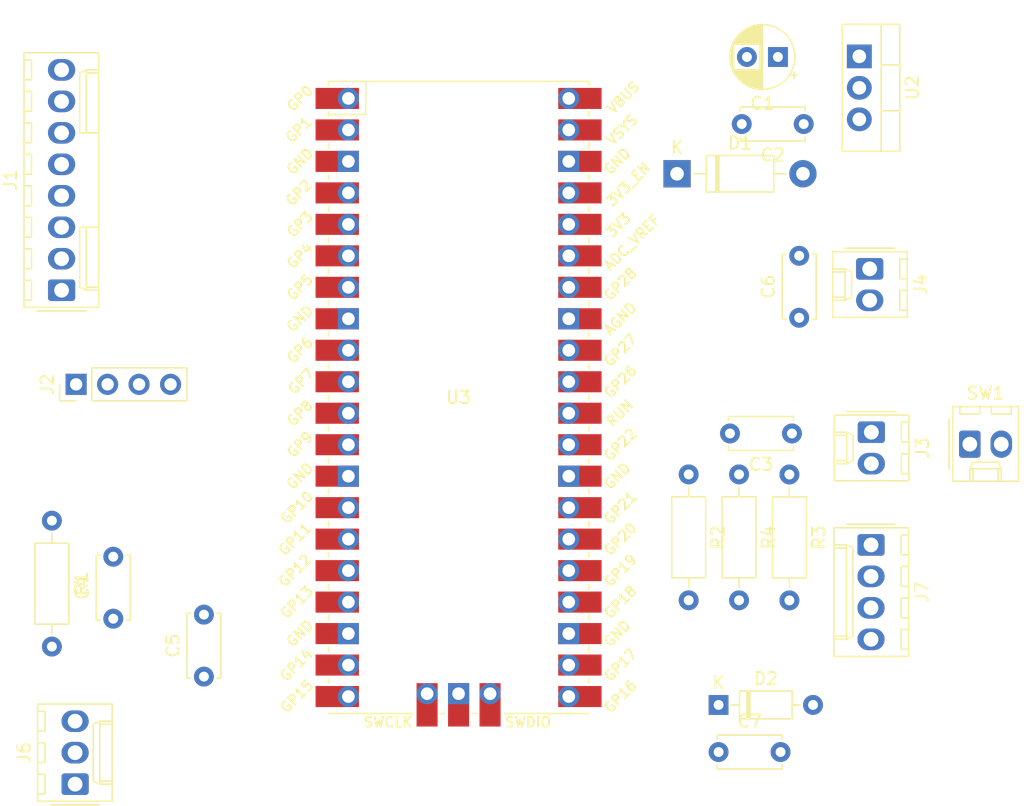
<source format=kicad_pcb>
(kicad_pcb (version 20211014) (generator pcbnew)
  (layers (0 "F.Cu" signal) (31 "B.Cu" signal) (34 "B.Paste" user) (35 "F.Paste" user) (36 "B.SilkS" user "B.Silkscreen") (37 "F.SilkS" user "F.Silkscreen") (38 "B.Mask" user) (39 "F.Mask" user) (44 "Edge.Cuts" user))
  (net 0 "")
  (net 1 "DR10_GND")
  (net 2 "DR15_VCC")
  (net 3 "DR11_EXT1")
  (net 4 "DR7_AF_IN")
  (net 5 "DR3_CTCSS_DCS")
  (net 6 "DR2_PTT")
  (net 7 "DR1_RepeaterMode")
  (net 8 "Net-(D1-Pad1)")
  (net 12 "+5V")
  (net 13 "RUN")
  (net 14 "DR15_VCC_SW")
  (net 19 "PICO_AUDIO_OUT_RIGHT")
  (net 26 "Net-(C4-Pad1)")
  (net 29 "LED_ID_ON")
  (net 30 "Net-(J7-Pad1)")
  (net 32 "LED_CTCSS_ON")
  (net 37 "PICO_AUDIO_OUT_LEFT")
  (net 38 "Net-(C5-Pad1)")
  (net 39 "Net-(J7-Pad2)")
  (net 40 "DR1_REPEATER_MODE")
  (net 45 "DR13_EXT3")
  (net 47 "Net-(J7-Pad3)")
  (footprint "Connector_PinHeader_2.54mm:PinHeader_1x04_P2.54mm_Vertical" (layer "F.Cu") (at 97.3836 88.138 90)
    (fp_text reference "J2" (at 0 -2.33 90) (layer "F.SilkS"))
    (fp_text value "Audio Out (Speaker)")
    (pad "1" thru_hole rect (at 0 0 90) (size 1.7 1.7) (drill 1) (layers *.Cu *.Mask) (net 19 "PICO_AUDIO_OUT_RIGHT"))
    (pad "2" thru_hole oval (at 0 2.54 90) (size 1.7 1.7) (drill 1) (layers *.Cu *.Mask))
    (pad "3" thru_hole oval (at 0 5.08 90) (size 1.7 1.7) (drill 1) (layers *.Cu *.Mask))
    (pad "4" thru_hole oval (at 0 7.62 90) (size 1.7 1.7) (drill 1) (layers *.Cu *.Mask) (net 1 "DR10_GND"))
  )
  (footprint "Package_TO_SOT_THT:TO-220-3_Vertical" (layer "F.Cu") (at 160.5788 61.6712 -90)
    (fp_text reference "U2" (at 2.54 -4.27 90) (layer "F.SilkS"))
    (fp_text value "LM7805_TO220")
    (pad "1" thru_hole rect locked (at 0 0 270) (size 1.905 2) (drill 1.1) (layers *.Cu *.Mask) (net 14 "DR15_VCC_SW"))
    (pad "2" thru_hole oval locked (at 2.54 0 270) (size 1.905 2) (drill 1.1) (layers *.Cu *.Mask) (net 1 "DR10_GND"))
    (pad "3" thru_hole oval locked (at 5.08 0 270) (size 1.905 2) (drill 1.1) (layers *.Cu *.Mask) (net 12 "+5V"))
  )
  (footprint "MCU_RaspberryPi_and_Boards:RPi_Pico_SMD_TH" (layer "F.Cu") (at 128.2446 89.19718)
    (fp_text reference "U3" (at 0 0) (layer "F.SilkS"))
    (fp_text value "Pico")
    (fp_text user "VBUS" (at 13.3 -24.2 45) (layer "F.SilkS") (effects (font (size 0.8 0.8))))
    (fp_text user "GP16" (at 13.054 24.13 45) (layer "F.SilkS") (effects (font (size 0.8 0.8))))
    (fp_text user "GP12" (at -13.2 13.97 45) (layer "F.SilkS") (effects (font (size 0.8 0.8))))
    (fp_text user "GP14" (at -13.1 21.59 45) (layer "F.SilkS") (effects (font (size 0.8 0.8))))
    (fp_text user "GP18" (at 13.054 16.51 45) (layer "F.SilkS") (effects (font (size 0.8 0.8))))
    (fp_text user "AGND" (at 13.054 -6.35 45) (layer "F.SilkS") (effects (font (size 0.8 0.8))))
    (fp_text user "GP22" (at 13.054 3.81 45) (layer "F.SilkS") (effects (font (size 0.8 0.8))))
    (fp_text user "ADC_VREF" (at 14 -12.5 45) (layer "F.SilkS") (effects (font (size 0.8 0.8))))
    (fp_text user "GP26" (at 13.054 -1.27 45) (layer "F.SilkS") (effects (font (size 0.8 0.8))))
    (fp_text user "GP11" (at -13.2 11.43 45) (layer "F.SilkS") (effects (font (size 0.8 0.8))))
    (fp_text user "GP9" (at -12.8 3.81 45) (layer "F.SilkS") (effects (font (size 0.8 0.8))))
    (fp_text user "VSYS" (at 13.2 -21.59 45) (layer "F.SilkS") (effects (font (size 0.8 0.8))))
    (fp_text user "SWCLK" (at -5.7 26.2) (layer "F.SilkS") (effects (font (size 0.8 0.8))))
    (fp_text user "GP4" (at -12.8 -11.43 45) (layer "F.SilkS") (effects (font (size 0.8 0.8))))
    (fp_text user "GP20" (at 13.054 11.43 45) (layer "F.SilkS") (effects (font (size 0.8 0.8))))
    (fp_text user "GP0" (at -12.8 -24.13 45) (layer "F.SilkS") (effects (font (size 0.8 0.8))))
    (fp_text user "GND" (at 12.8 19.05 45) (layer "F.SilkS") (effects (font (size 0.8 0.8))))
    (fp_text user "GP3" (at -12.8 -13.97 45) (layer "F.SilkS") (effects (font (size 0.8 0.8))))
    (fp_text user "GP1" (at -12.9 -21.6 45) (layer "F.SilkS") (effects (font (size 0.8 0.8))))
    (fp_text user "GND" (at -12.8 -19.05 45) (layer "F.SilkS") (effects (font (size 0.8 0.8))))
    (fp_text user "GND" (at -12.8 -6.35 45) (layer "F.SilkS") (effects (font (size 0.8 0.8))))
    (fp_text user "GP19" (at 13.054 13.97 45) (layer "F.SilkS") (effects (font (size 0.8 0.8))))
    (fp_text user "GP28" (at 13.054 -9.144 45) (layer "F.SilkS") (effects (font (size 0.8 0.8))))
    (fp_text user "GP13" (at -13.054 16.51 45) (layer "F.SilkS") (effects (font (size 0.8 0.8))))
    (fp_text user "GP8" (at -12.8 1.27 45) (layer "F.SilkS") (effects (font (size 0.8 0.8))))
    (fp_text user "GP7" (at -12.7 -1.3 45) (layer "F.SilkS") (effects (font (size 0.8 0.8))))
    (fp_text user "GP10" (at -13.054 8.89 45) (layer "F.SilkS") (effects (font (size 0.8 0.8))))
    (fp_text user "SWDIO" (at 5.6 26.2) (layer "F.SilkS") (effects (font (size 0.8 0.8))))
    (fp_text user "GP2" (at -12.9 -16.51 45) (layer "F.SilkS") (effects (font (size 0.8 0.8))))
    (fp_text user "GND" (at 12.8 -19.05 45) (layer "F.SilkS") (effects (font (size 0.8 0.8))))
    (fp_text user "3V3" (at 12.9 -13.9 45) (layer "F.SilkS") (effects (font (size 0.8 0.8))))
    (fp_text user "GP6" (at -12.8 -3.81 45) (layer "F.SilkS") (effects (font (size 0.8 0.8))))
    (fp_text user "GP17" (at 13.054 21.59 45) (layer "F.SilkS") (effects (font (size 0.8 0.8))))
    (fp_text user "GP15" (at -13.054 24.13 45) (layer "F.SilkS") (effects (font (size 0.8 0.8))))
    (fp_text user "GND" (at -12.8 6.35 45) (layer "F.SilkS") (effects (font (size 0.8 0.8))))
    (fp_text user "GP27" (at 13.054 -3.8 45) (layer "F.SilkS") (effects (font (size 0.8 0.8))))
    (fp_text user "GND" (at -12.8 19.05 45) (layer "F.SilkS") (effects (font (size 0.8 0.8))))
    (fp_text user "GP21" (at 13.054 8.9 45) (layer "F.SilkS") (effects (font (size 0.8 0.8))))
    (fp_text user "RUN" (at 13 1.27 45) (layer "F.SilkS") (effects (font (size 0.8 0.8))))
    (fp_text user "GP5" (at -12.8 -8.89 45) (layer "F.SilkS") (effects (font (size 0.8 0.8))))
    (fp_text user "GND" (at 12.8 6.35 45) (layer "F.SilkS") (effects (font (size 0.8 0.8))))
    (fp_text user "3V3_EN" (at 13.7 -17.2 45) (layer "F.SilkS") (effects (font (size 0.8 0.8))))
    (pad "" np_thru_hole oval locked (at -2.425 -20.97) (size 1.5 1.5) (drill 1.5) (layers *.Cu *.Mask))
    (pad "" np_thru_hole oval locked (at -2.725 -24) (size 1.8 1.8) (drill 1.8) (layers *.Cu *.Mask))
    (pad "" np_thru_hole oval locked (at 2.425 -20.97) (size 1.5 1.5) (drill 1.5) (layers *.Cu *.Mask))
    (pad "" np_thru_hole oval locked (at 2.725 -24) (size 1.8 1.8) (drill 1.8) (layers *.Cu *.Mask))
    (pad "1" smd rect locked (at -8.89 -24.13) (size 3.5 1.7) (drill (offset -0.9 0)) (layers "F.Cu" "F.Mask") (net 7 "DR1_RepeaterMode"))
    (pad "1" thru_hole oval locked (at -8.89 -24.13) (size 1.7 1.7) (drill 1.02) (layers *.Cu *.Mask) (net 7 "DR1_RepeaterMode"))
    (pad "2" smd rect locked (at -8.89 -21.59) (size 3.5 1.7) (drill (offset -0.9 0)) (layers "F.Cu" "F.Mask") (net 6 "DR2_PTT"))
    (pad "2" thru_hole oval locked (at -8.89 -21.59) (size 1.7 1.7) (drill 1.02) (layers *.Cu *.Mask) (net 6 "DR2_PTT"))
    (pad "3" smd rect locked (at -8.89 -19.05) (size 3.5 1.7) (drill (offset -0.9 0)) (layers "F.Cu" "F.Mask") (net 1 "DR10_GND"))
    (pad "3" thru_hole rect locked (at -8.89 -19.05) (size 1.7 1.7) (drill 1.02) (layers *.Cu *.Mask) (net 1 "DR10_GND"))
    (pad "4" smd rect locked (at -8.89 -16.51) (size 3.5 1.7) (drill (offset -0.9 0)) (layers "F.Cu" "F.Mask") (net 5 "DR3_CTCSS_DCS"))
    (pad "4" thru_hole oval locked (at -8.89 -16.51) (size 1.7 1.7) (drill 1.02) (layers *.Cu *.Mask) (net 5 "DR3_CTCSS_DCS"))
    (pad "5" smd rect locked (at -8.89 -13.97) (size 3.5 1.7) (drill (offset -0.9 0)) (layers "F.Cu" "F.Mask") (net 3 "DR11_EXT1"))
    (pad "5" thru_hole oval locked (at -8.89 -13.97) (size 1.7 1.7) (drill 1.02) (layers *.Cu *.Mask) (net 3 "DR11_EXT1"))
    (pad "6" thru_hole oval locked (at -8.89 -11.43) (size 1.7 1.7) (drill 1.02) (layers *.Cu *.Mask) (net 45 "DR13_EXT3"))
    (pad "6" smd rect locked (at -8.89 -11.43) (size 3.5 1.7) (drill (offset -0.9 0)) (layers "F.Cu" "F.Mask") (net 45 "DR13_EXT3"))
    (pad "7" smd rect locked (at -8.89 -8.89) (size 3.5 1.7) (drill (offset -0.9 0)) (layers "F.Cu" "F.Mask") (net 37 "PICO_AUDIO_OUT_LEFT"))
    (pad "7" thru_hole oval locked (at -8.89 -8.89) (size 1.7 1.7) (drill 1.02) (layers *.Cu *.Mask) (net 37 "PICO_AUDIO_OUT_LEFT"))
    (pad "8" thru_hole rect locked (at -8.89 -6.35) (size 1.7 1.7) (drill 1.02) (layers *.Cu *.Mask) (net 1 "DR10_GND"))
    (pad "8" smd rect locked (at -8.89 -6.35) (size 3.5 1.7) (drill (offset -0.9 0)) (layers "F.Cu" "F.Mask") (net 1 "DR10_GND"))
    (pad "9" thru_hole oval locked (at -8.89 -3.81) (size 1.7 1.7) (drill 1.02) (layers *.Cu *.Mask) (net 19 "PICO_AUDIO_OUT_RIGHT"))
    (pad "9" smd rect locked (at -8.89 -3.81) (size 3.5 1.7) (drill (offset -0.9 0)) (layers "F.Cu" "F.Mask") (net 19 "PICO_AUDIO_OUT_RIGHT"))
    (pad "10" thru_hole oval locked (at -8.89 -1.27) (size 1.7 1.7) (drill 1.02) (layers *.Cu *.Mask))
    (pad "10" smd rect locked (at -8.89 -1.27) (size 3.5 1.7) (drill (offset -0.9 0)) (layers "F.Cu" "F.Mask"))
    (pad "11" thru_hole oval locked (at -8.89 1.27) (size 1.7 1.7) (drill 1.02) (layers *.Cu *.Mask))
    (pad "11" smd rect locked (at -8.89 1.27) (size 3.5 1.7) (drill (offset -0.9 0)) (layers "F.Cu" "F.Mask"))
    (pad "12" smd rect locked (at -8.89 3.81) (size 3.5 1.7) (drill (offset -0.9 0)) (layers "F.Cu" "F.Mask"))
    (pad "12" thru_hole oval locked (at -8.89 3.81) (size 1.7 1.7) (drill 1.02) (layers *.Cu *.Mask))
    (pad "13" thru_hole rect locked (at -8.89 6.35) (size 1.7 1.7) (drill 1.02) (layers *.Cu *.Mask) (net 1 "DR10_GND"))
    (pad "13" smd rect locked (at -8.89 6.35) (size 3.5 1.7) (drill (offset -0.9 0)) (layers "F.Cu" "F.Mask") (net 1 "DR10_GND"))
    (pad "14" thru_hole oval locked (at -8.89 8.89) (size 1.7 1.7) (drill 1.02) (layers *.Cu *.Mask))
    (pad "14" smd rect locked (at -8.89 8.89) (size 3.5 1.7) (drill (offset -0.9 0)) (layers "F.Cu" "F.Mask"))
    (pad "15" thru_hole oval locked (at -8.89 11.43) (size 1.7 1.7) (drill 1.02) (layers *.Cu *.Mask))
    (pad "15" smd rect locked (at -8.89 11.43) (size 3.5 1.7) (drill (offset -0.9 0)) (layers "F.Cu" "F.Mask"))
    (pad "16" thru_hole oval locked (at -8.89 13.97) (size 1.7 1.7) (drill 1.02) (layers *.Cu *.Mask))
    (pad "16" smd rect locked (at -8.89 13.97) (size 3.5 1.7) (drill (offset -0.9 0)) (layers "F.Cu" "F.Mask"))
    (pad "17" smd rect locked (at -8.89 16.51) (size 3.5 1.7) (drill (offset -0.9 0)) (layers "F.Cu" "F.Mask"))
    (pad "17" thru_hole oval locked (at -8.89 16.51) (size 1.7 1.7) (drill 1.02) (layers *.Cu *.Mask))
    (pad "18" thru_hole rect locked (at -8.89 19.05) (size 1.7 1.7) (drill 1.02) (layers *.Cu *.Mask) (net 1 "DR10_GND"))
    (pad "18" smd rect locked (at -8.89 19.05) (size 3.5 1.7) (drill (offset -0.9 0)) (layers "F.Cu" "F.Mask") (net 1 "DR10_GND"))
    (pad "19" thru_hole oval locked (at -8.89 21.59) (size 1.7 1.7) (drill 1.02) (layers *.Cu *.Mask))
    (pad "19" smd rect locked (at -8.89 21.59) (size 3.5 1.7) (drill (offset -0.9 0)) (layers "F.Cu" "F.Mask"))
    (pad "20" thru_hole oval locked (at -8.89 24.13) (size 1.7 1.7) (drill 1.02) (layers *.Cu *.Mask))
    (pad "20" smd rect locked (at -8.89 24.13) (size 3.5 1.7) (drill (offset -0.9 0)) (layers "F.Cu" "F.Mask"))
    (pad "21" smd rect locked (at 8.89 24.13) (size 3.5 1.7) (drill (offset 0.9 0)) (layers "F.Cu" "F.Mask"))
    (pad "21" thru_hole oval locked (at 8.89 24.13) (size 1.7 1.7) (drill 1.02) (layers *.Cu *.Mask))
    (pad "22" smd rect locked (at 8.89 21.59) (size 3.5 1.7) (drill (offset 0.9 0)) (layers "F.Cu" "F.Mask") (net 32 "LED_CTCSS_ON"))
    (pad "22" thru_hole oval locked (at 8.89 21.59) (size 1.7 1.7) (drill 1.02) (layers *.Cu *.Mask) (net 32 "LED_CTCSS_ON"))
    (pad "23" smd rect locked (at 8.89 19.05) (size 3.5 1.7) (drill (offset 0.9 0)) (layers "F.Cu" "F.Mask") (net 1 "DR10_GND"))
    (pad "23" thru_hole rect locked (at 8.89 19.05) (size 1.7 1.7) (drill 1.02) (layers *.Cu *.Mask) (net 1 "DR10_GND"))
    (pad "24" smd rect locked (at 8.89 16.51) (size 3.5 1.7) (drill (offset 0.9 0)) (layers "F.Cu" "F.Mask") (net 29 "LED_ID_ON"))
    (pad "24" thru_hole oval locked (at 8.89 16.51) (size 1.7 1.7) (drill 1.02) (layers *.Cu *.Mask) (net 29 "LED_ID_ON"))
    (pad "25" thru_hole oval locked (at 8.89 13.97) (size 1.7 1.7) (drill 1.02) (layers *.Cu *.Mask))
    (pad "25" smd rect locked (at 8.89 13.97) (size 3.5 1.7) (drill (offset 0.9 0)) (layers "F.Cu" "F.Mask"))
    (pad "26" thru_hole oval locked (at 8.89 11.43) (size 1.7 1.7) (drill 1.02) (layers *.Cu *.Mask))
    (pad "26" smd rect locked (at 8.89 11.43) (size 3.5 1.7) (drill (offset 0.9 0)) (layers "F.Cu" "F.Mask"))
    (pad "27" thru_hole oval locked (at 8.89 8.89) (size 1.7 1.7) (drill 1.02) (layers *.Cu *.Mask))
    (pad "27" smd rect locked (at 8.89 8.89) (size 3.5 1.7) (drill (offset 0.9 0)) (layers "F.Cu" "F.Mask"))
    (pad "28" smd rect locked (at 8.89 6.35) (size 3.5 1.7) (drill (offset 0.9 0)) (layers "F.Cu" "F.Mask") (net 1 "DR10_GND"))
    (pad "28" thru_hole rect locked (at 8.89 6.35) (size 1.7 1.7) (drill 1.02) (layers *.Cu *.Mask) (net 1 "DR10_GND"))
    (pad "29" thru_hole oval locked (at 8.89 3.81) (size 1.7 1.7) (drill 1.02) (layers *.Cu *.Mask))
    (pad "29" smd rect locked (at 8.89 3.81) (size 3.5 1.7) (drill (offset 0.9 0)) (layers "F.Cu" "F.Mask"))
    (pad "30" smd rect locked (at 8.89 1.27) (size 3.5 1.7) (drill (offset 0.9 0)) (layers "F.Cu" "F.Mask") (net 13 "RUN"))
    (pad "30" thru_hole oval locked (at 8.89 1.27) (size 1.7 1.7) (drill 1.02) (layers *.Cu *.Mask) (net 13 "RUN"))
    (pad "31" thru_hole oval locked (at 8.89 -1.27) (size 1.7 1.7) (drill 1.02) (layers *.Cu *.Mask))
    (pad "31" smd rect locked (at 8.89 -1.27) (size 3.5 1.7) (drill (offset 0.9 0)) (layers "F.Cu" "F.Mask"))
    (pad "32" smd rect locked (at 8.89 -3.81) (size 3.5 1.7) (drill (offset 0.9 0)) (layers "F.Cu" "F.Mask"))
    (pad "32" thru_hole oval locked (at 8.89 -3.81) (size 1.7 1.7) (drill 1.02) (layers *.Cu *.Mask))
    (pad "33" smd rect locked (at 8.89 -6.35) (size 3.5 1.7) (drill (offset 0.9 0)) (layers "F.Cu" "F.Mask"))
    (pad "33" thru_hole rect locked (at 8.89 -6.35) (size 1.7 1.7) (drill 1.02) (layers *.Cu *.Mask))
    (pad "34" smd rect locked (at 8.89 -8.89) (size 3.5 1.7) (drill (offset 0.9 0)) (layers "F.Cu" "F.Mask"))
    (pad "34" thru_hole oval locked (at 8.89 -8.89) (size 1.7 1.7) (drill 1.02) (layers *.Cu *.Mask))
    (pad "35" thru_hole oval locked (at 8.89 -11.43) (size 1.7 1.7) (drill 1.02) (layers *.Cu *.Mask))
    (pad "35" smd rect locked (at 8.89 -11.43) (size 3.5 1.7) (drill (offset 0.9 0)) (layers "F.Cu" "F.Mask"))
    (pad "36" smd rect locked (at 8.89 -13.97) (size 3.5 1.7) (drill (offset 0.9 0)) (layers "F.Cu" "F.Mask"))
    (pad "36" thru_hole oval locked (at 8.89 -13.97) (size 1.7 1.7) (drill 1.02) (layers *.Cu *.Mask))
    (pad "37" thru_hole oval locked (at 8.89 -16.51) (size 1.7 1.7) (drill 1.02) (layers *.Cu *.Mask))
    (pad "37" smd rect locked (at 8.89 -16.51) (size 3.5 1.7) (drill (offset 0.9 0)) (layers "F.Cu" "F.Mask"))
    (pad "38" thru_hole rect locked (at 8.89 -19.05) (size 1.7 1.7) (drill 1.02) (layers *.Cu *.Mask) (net 1 "DR10_GND"))
    (pad "38" smd rect locked (at 8.89 -19.05) (size 3.5 1.7) (drill (offset 0.9 0)) (layers "F.Cu" "F.Mask") (net 1 "DR10_GND"))
    (pad "39" smd rect locked (at 8.89 -21.59) (size 3.5 1.7) (drill (offset 0.9 0)) (layers "F.Cu" "F.Mask") (net 8 "Net-(D1-Pad1)"))
    (pad "39" thru_hole oval locked (at 8.89 -21.59) (size 1.7 1.7) (drill 1.02) (layers *.Cu *.Mask) (net 8 "Net-(D1-Pad1)"))
    (pad "40" thru_hole oval locked (at 8.89 -24.13) (size 1.7 1.7) (drill 1.02) (layers *.Cu *.Mask))
    (pad "40" smd rect locked (at 8.89 -24.13) (size 3.5 1.7) (drill (offset 0.9 0)) (layers "F.Cu" "F.Mask"))
    (pad "41" thru_hole oval locked (at -2.54 23.9) (size 1.7 1.7) (drill 1.02) (layers *.Cu *.Mask))
    (pad "41" smd rect locked (at -2.54 23.9 90) (size 3.5 1.7) (drill (offset -0.9 0)) (layers "F.Cu" "F.Mask"))
    (pad "42" smd rect locked (at 0 23.9 90) (size 3.5 1.7) (drill (offset -0.9 0)) (layers "F.Cu" "F.Mask"))
    (pad "42" thru_hole rect locked (at 0 23.9) (size 1.7 1.7) (drill 1.02) (layers *.Cu *.Mask))
    (pad "43" smd rect locked (at 2.54 23.9 90) (size 3.5 1.7) (drill (offset -0.9 0)) (layers "F.Cu" "F.Mask"))
    (pad "43" thru_hole oval locked (at 2.54 23.9) (size 1.7 1.7) (drill 1.02) (layers *.Cu *.Mask))
  )
  (footprint "Diode_THT:D_DO-35_SOD27_P7.62mm_Horizontal" (layer "F.Cu") (at 149.225 114.0052)
    (fp_text reference "D2" (at 3.81 -2.12) (layer "F.SilkS"))
    (fp_text value "1N4148")
    (fp_text user "K" (at 0 -1.8) (layer "F.SilkS"))
    (pad "1" thru_hole rect (at 0 0) (size 1.6 1.6) (drill 0.8) (layers *.Cu *.Mask) (net 12 "+5V"))
    (pad "2" thru_hole oval (at 7.62 0) (size 1.6 1.6) (drill 0.8) (layers *.Cu *.Mask) (net 1 "DR10_GND"))
  )
  (footprint "Capacitor_THT:C_Disc_D5.0mm_W2.5mm_P5.00mm" (layer "F.Cu") (at 149.225 117.8052)
    (fp_text reference "C7" (at 2.5 -2.5) (layer "F.SilkS"))
    (fp_text value "100n")
    (pad "1" thru_hole circle (at 0 0) (size 1.6 1.6) (drill 0.8) (layers *.Cu *.Mask) (net 38 "Net-(C5-Pad1)"))
    (pad "2" thru_hole circle (at 5 0) (size 1.6 1.6) (drill 0.8) (layers *.Cu *.Mask) (net 1 "DR10_GND"))
  )
  (footprint "Connector_Molex:Molex_KK-254_AE-6410-02A_1x02_P2.54mm_Vertical" (layer "F.Cu") (at 161.417 78.8162 -90)
    (fp_text reference "J4" (at 1.27 -4.12 90) (layer "F.SilkS"))
    (fp_text value "Fan (5V 0.1A)")
    (pad "1" thru_hole roundrect (at 0 0 270) (size 1.74 2.19) (drill 1.19) (layers *.Cu *.Mask) (roundrect_rratio 0.143678) (net 1 "DR10_GND"))
    (pad "2" thru_hole oval (at 2.54 0 270) (size 1.74 2.19) (drill 1.19) (layers *.Cu *.Mask) (net 12 "+5V"))
  )
  (footprint "Capacitor_THT:C_Disc_D5.0mm_W2.5mm_P5.00mm" (layer "F.Cu") (at 107.696 111.72 90)
    (fp_text reference "C5" (at 2.5 -2.5 90) (layer "F.SilkS"))
    (fp_text value "1u")
    (pad "1" thru_hole circle (at 0 0 90) (size 1.6 1.6) (drill 0.8) (layers *.Cu *.Mask) (net 38 "Net-(C5-Pad1)"))
    (pad "2" thru_hole circle (at 5 0 90) (size 1.6 1.6) (drill 0.8) (layers *.Cu *.Mask) (net 4 "DR7_AF_IN"))
  )
  (footprint "Resistor_THT:R_Axial_DIN0207_L6.3mm_D2.5mm_P10.16mm_Horizontal" (layer "F.Cu") (at 146.812 95.4024 -90)
    (fp_text reference "R2" (at 5.08 -2.37 90) (layer "F.SilkS"))
    (fp_text value "1k")
    (pad "1" thru_hole circle (at 0 0 270) (size 1.6 1.6) (drill 0.8) (layers *.Cu *.Mask) (net 12 "+5V"))
    (pad "2" thru_hole oval (at 10.16 0 270) (size 1.6 1.6) (drill 0.8) (layers *.Cu *.Mask) (net 30 "Net-(J7-Pad1)"))
  )
  (footprint "Capacitor_THT:C_Disc_D5.0mm_W2.5mm_P5.00mm" (layer "F.Cu") (at 156.0938 67.1322 180)
    (fp_text reference "C2" (at 2.5 -2.5) (layer "F.SilkS"))
    (fp_text value "100n")
    (pad "1" thru_hole circle (at 0 0 180) (size 1.6 1.6) (drill 0.8) (layers *.Cu *.Mask) (net 12 "+5V"))
    (pad "2" thru_hole circle (at 5 0 180) (size 1.6 1.6) (drill 0.8) (layers *.Cu *.Mask) (net 1 "DR10_GND"))
  )
  (footprint "Connector_Molex:Molex_KK-254_AE-6410-04A_1x04_P2.54mm_Vertical" (layer "F.Cu") (at 161.524 101.092 -90)
    (fp_text reference "J7" (at 3.81 -4.12 90) (layer "F.SilkS"))
    (fp_text value "Conn_01x04")
    (pad "1" thru_hole roundrect (at 0 0 270) (size 1.74 2.19) (drill 1.19) (layers *.Cu *.Mask) (roundrect_rratio 0.143678) (net 30 "Net-(J7-Pad1)"))
    (pad "2" thru_hole oval (at 2.54 0 270) (size 1.74 2.19) (drill 1.19) (layers *.Cu *.Mask) (net 39 "Net-(J7-Pad2)"))
    (pad "3" thru_hole oval (at 5.08 0 270) (size 1.74 2.19) (drill 1.19) (layers *.Cu *.Mask) (net 47 "Net-(J7-Pad3)"))
    (pad "4" thru_hole oval (at 7.62 0 270) (size 1.74 2.19) (drill 1.19) (layers *.Cu *.Mask) (net 1 "DR10_GND"))
  )
  (footprint "Diode_THT:D_DO-41_SOD81_P10.16mm_Horizontal" (layer "F.Cu") (at 145.8722 71.1454)
    (fp_text reference "D1" (at 5.08 -2.47) (layer "F.SilkS"))
    (fp_text value "1N5817")
    (fp_text user "K" (at 0 -2.1) (layer "F.SilkS"))
    (pad "1" thru_hole rect (at 0 0) (size 2.2 2.2) (drill 1.1) (layers *.Cu *.Mask) (net 8 "Net-(D1-Pad1)"))
    (pad "2" thru_hole oval (at 10.16 0) (size 2.2 2.2) (drill 1.1) (layers *.Cu *.Mask) (net 12 "+5V"))
  )
  (footprint "Resistor_THT:R_Axial_DIN0207_L6.3mm_D2.5mm_P10.16mm_Horizontal" (layer "F.Cu") (at 150.876 95.4024 -90)
    (fp_text reference "R4" (at 5.08 -2.37 90) (layer "F.SilkS"))
    (fp_text value "100")
    (pad "1" thru_hole circle (at 0 0 270) (size 1.6 1.6) (drill 0.8) (layers *.Cu *.Mask) (net 32 "LED_CTCSS_ON"))
    (pad "2" thru_hole oval (at 10.16 0 270) (size 1.6 1.6) (drill 0.8) (layers *.Cu *.Mask) (net 47 "Net-(J7-Pad3)"))
  )
  (footprint "Capacitor_THT:C_Disc_D5.0mm_W2.5mm_P5.00mm" (layer "F.Cu") (at 155.7274 82.764 90)
    (fp_text reference "C6" (at 2.5 -2.5 90) (layer "F.SilkS"))
    (fp_text value "100n")
    (pad "1" thru_hole circle (at 0 0 90) (size 1.6 1.6) (drill 0.8) (layers *.Cu *.Mask) (net 12 "+5V"))
    (pad "2" thru_hole circle (at 5 0 90) (size 1.6 1.6) (drill 0.8) (layers *.Cu *.Mask) (net 1 "DR10_GND"))
  )
  (footprint "Resistor_THT:R_Axial_DIN0207_L6.3mm_D2.5mm_P10.16mm_Horizontal" (layer "F.Cu") (at 154.94 95.41 -90)
    (fp_text reference "R3" (at 5.08 -2.37 90) (layer "F.SilkS"))
    (fp_text value "100")
    (pad "1" thru_hole circle (at 0 0 270) (size 1.6 1.6) (drill 0.8) (layers *.Cu *.Mask) (net 29 "LED_ID_ON"))
    (pad "2" thru_hole oval (at 10.16 0 270) (size 1.6 1.6) (drill 0.8) (layers *.Cu *.Mask) (net 39 "Net-(J7-Pad2)"))
  )
  (footprint "Capacitor_THT:C_Disc_D5.0mm_W2.5mm_P5.00mm" (layer "F.Cu") (at 155.1432 92.1004 180)
    (fp_text reference "C3" (at 2.5 -2.5) (layer "F.SilkS"))
    (fp_text value "100n")
    (pad "1" thru_hole circle (at 0 0 180) (size 1.6 1.6) (drill 0.8) (layers *.Cu *.Mask) (net 13 "RUN"))
    (pad "2" thru_hole circle (at 5 0 180) (size 1.6 1.6) (drill 0.8) (layers *.Cu *.Mask) (net 1 "DR10_GND"))
  )
  (footprint "Connector_Molex:Molex_KK-254_AE-6410-08A_1x08_P2.54mm_Vertical" (layer "F.Cu") (at 96.2098 80.5434 90)
    (fp_text reference "J1" (at 8.89 -4.12 90) (layer "F.SilkS"))
    (fp_text value "Conn_01x08")
    (pad "1" thru_hole roundrect (at 0 0 90) (size 1.74 2.19) (drill 1.19) (layers *.Cu *.Mask) (roundrect_rratio 0.143678) (net 40 "DR1_REPEATER_MODE"))
    (pad "2" thru_hole oval (at 2.54 0 90) (size 1.74 2.19) (drill 1.19) (layers *.Cu *.Mask) (net 6 "DR2_PTT"))
    (pad "3" thru_hole oval (at 5.08 0 90) (size 1.74 2.19) (drill 1.19) (layers *.Cu *.Mask) (net 5 "DR3_CTCSS_DCS"))
    (pad "4" thru_hole oval (at 7.62 0 90) (size 1.74 2.19) (drill 1.19) (layers *.Cu *.Mask) (net 1 "DR10_GND"))
    (pad "5" thru_hole oval (at 10.16 0 90) (size 1.74 2.19) (drill 1.19) (layers *.Cu *.Mask) (net 4 "DR7_AF_IN"))
    (pad "6" thru_hole oval (at 12.7 0 90) (size 1.74 2.19) (drill 1.19) (layers *.Cu *.Mask) (net 3 "DR11_EXT1"))
    (pad "7" thru_hole oval (at 15.24 0 90) (size 1.74 2.19) (drill 1.19) (layers *.Cu *.Mask) (net 45 "DR13_EXT3"))
    (pad "8" thru_hole oval (at 17.78 0 90) (size 1.74 2.19) (drill 1.19) (layers *.Cu *.Mask) (net 2 "DR15_VCC"))
  )
  (footprint "Resistor_THT:R_Axial_DIN0207_L6.3mm_D2.5mm_P10.16mm_Horizontal" (layer "F.Cu") (at 95.4278 99.1362 -90)
    (fp_text reference "R1" (at 5.08 -2.37 90) (layer "F.SilkS"))
    (fp_text value "330")
    (pad "1" thru_hole circle (at 0 0 270) (size 1.6 1.6) (drill 0.8) (layers *.Cu *.Mask) (net 37 "PICO_AUDIO_OUT_LEFT"))
    (pad "2" thru_hole oval (at 10.16 0 270) (size 1.6 1.6) (drill 0.8) (layers *.Cu *.Mask) (net 26 "Net-(C4-Pad1)"))
  )
  (footprint "Connector_Molex:Molex_KK-254_AE-6410-02A_1x02_P2.54mm_Vertical" (layer "F.Cu") (at 161.5494 91.9988 -90)
    (fp_text reference "J3" (at 1.27 -4.12 90) (layer "F.SilkS"))
    (fp_text value "Reset")
    (pad "1" thru_hole roundrect (at 0 0 270) (size 1.74 2.19) (drill 1.19) (layers *.Cu *.Mask) (roundrect_rratio 0.143678) (net 13 "RUN"))
    (pad "2" thru_hole oval (at 2.54 0 270) (size 1.74 2.19) (drill 1.19) (layers *.Cu *.Mask) (net 1 "DR10_GND"))
  )
  (footprint "Capacitor_THT:C_Disc_D5.0mm_W2.5mm_P5.00mm" (layer "F.Cu") (at 100.3808 107.0464 90)
    (fp_text reference "C4" (at 2.5 -2.5 90) (layer "F.SilkS"))
    (fp_text value "100n")
    (pad "1" thru_hole circle (at 0 0 90) (size 1.6 1.6) (drill 0.8) (layers *.Cu *.Mask) (net 26 "Net-(C4-Pad1)"))
    (pad "2" thru_hole circle (at 5 0 90) (size 1.6 1.6) (drill 0.8) (layers *.Cu *.Mask) (net 1 "DR10_GND"))
  )
  (footprint "Connector_Molex:Molex_KK-254_AE-6410-03A_1x03_P2.54mm_Vertical" (layer "F.Cu") (at 97.302 120.396 90)
    (fp_text reference "J6" (at 2.54 -4.12 90) (layer "F.SilkS"))
    (fp_text value "RV 10k")
    (pad "1" thru_hole roundrect (at 0 0 90) (size 1.74 2.19) (drill 1.19) (layers *.Cu *.Mask) (roundrect_rratio 0.143678) (net 26 "Net-(C4-Pad1)"))
    (pad "2" thru_hole oval (at 2.54 0 90) (size 1.74 2.19) (drill 1.19) (layers *.Cu *.Mask) (net 38 "Net-(C5-Pad1)"))
    (pad "3" thru_hole oval (at 5.08 0 90) (size 1.74 2.19) (drill 1.19) (layers *.Cu *.Mask) (net 1 "DR10_GND"))
  )
  (footprint "Connector_Molex:Molex_KK-254_AE-6410-02A_1x02_P2.54mm_Vertical" (layer "F.Cu") (at 169.4942 92.964)
    (fp_text reference "SW1" (at 1.27 -4.12) (layer "F.SilkS"))
    (fp_text value "PWR_SW")
    (pad "1" thru_hole roundrect (at 0 0) (size 1.74 2.19) (drill 1.19) (layers *.Cu *.Mask) (roundrect_rratio 0.143678) (net 2 "DR15_VCC"))
    (pad "2" thru_hole oval (at 2.54 0) (size 1.74 2.19) (drill 1.19) (layers *.Cu *.Mask) (net 14 "DR15_VCC_SW"))
  )
  (footprint "Capacitor_THT:CP_Radial_D5.0mm_P2.50mm" (layer "F.Cu") (at 154.011513 61.722 180)
    (fp_text reference "C1" (at 1.25 -3.75) (layer "F.SilkS"))
    (fp_text value "0.33u")
    (pad "1" thru_hole rect (at 0 0 180) (size 1.6 1.6) (drill 0.8) (layers *.Cu *.Mask) (net 14 "DR15_VCC_SW"))
    (pad "2" thru_hole circle (at 2.5 0 180) (size 1.6 1.6) (drill 0.8) (layers *.Cu *.Mask) (net 1 "DR10_GND"))
  )
)
</source>
